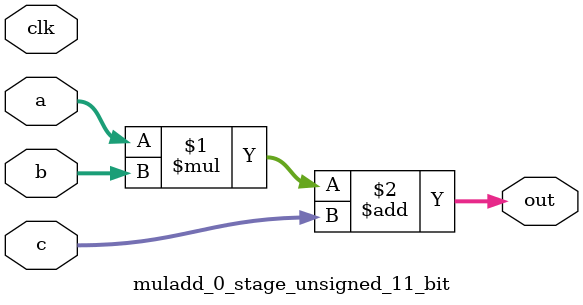
<source format=sv>
(* use_dsp = "yes" *) module muladd_0_stage_unsigned_11_bit(
	input  [10:0] a,
	input  [10:0] b,
	input  [10:0] c,
	output [10:0] out,
	input clk);

	assign out = (a * b) + c;
endmodule

</source>
